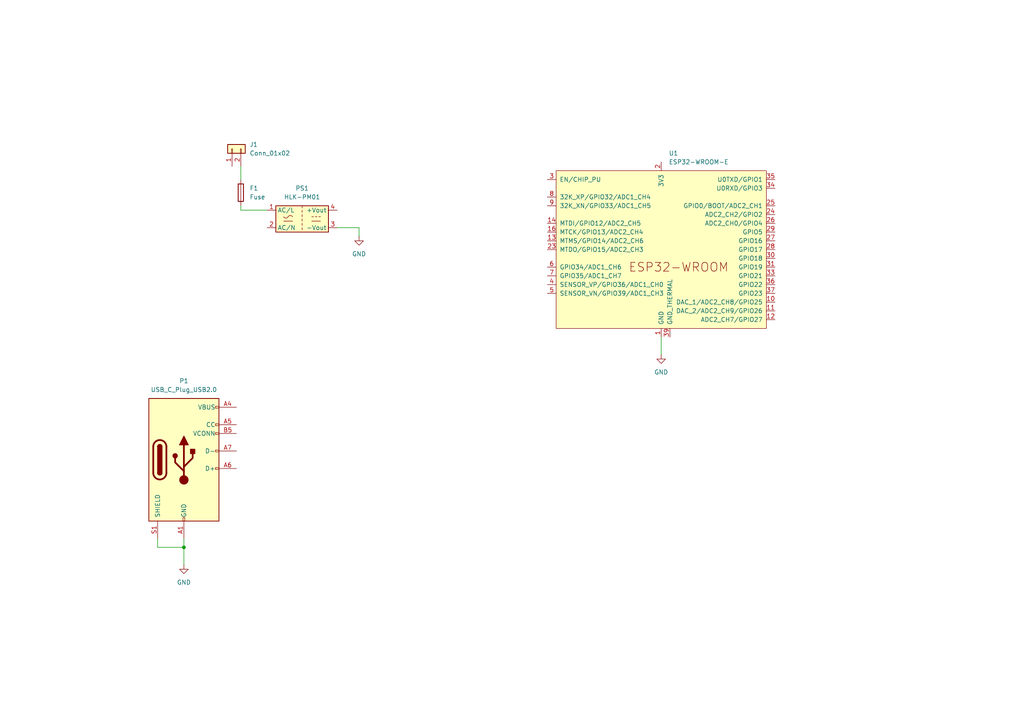
<source format=kicad_sch>
(kicad_sch (version 20231120) (generator "eeschema") (generator_version "8.0")
  (paper "A4")
  (lib_symbols
    (symbol "Connector:USB_C_Plug_USB2.0" (pin_names (offset 1.016))
      (property "Reference" "P" (at -10.16 19.05 0))
      (property "Value" "USB_C_Plug_USB2.0" (at 12.7 19.05 0))
      (symbol "USB_C_Plug_USB2.0_0_0"
        (rectangle (start -0.254 -17.78) (end 0.254 -16.764))
        (rectangle (start 10.16 -2.286) (end 9.144 -2.794))
        (rectangle (start 10.16 2.794) (end 9.144 2.286))
        (rectangle (start 10.16 7.874) (end 9.144 7.366))
        (rectangle (start 10.16 10.414) (end 9.144 9.906))
        (rectangle (start 10.16 15.494) (end 9.144 14.986))
      )
      (symbol "USB_C_Plug_USB2.0_0_1"
        (rectangle (start -10.16 17.78) (end 10.16 -17.78) (stroke (width 0.254)) (fill (type background)))
        (arc (start -8.89 -3.81) (mid -6.985 -5.7067) (end -5.08 -3.81) (stroke (width 0.508)))
        (arc (start -7.62 -3.81) (mid -6.985 -4.4423) (end -6.35 -3.81) (stroke (width 0.254)))
        (arc (start -7.62 -3.81) (mid -6.985 -4.4423) (end -6.35 -3.81) (stroke (width 0.254)) (fill (type outline)))
        (rectangle (start -7.62 -3.81) (end -6.35 3.81) (stroke (width 0.254)) (fill (type outline)))
        (arc (start -6.35 3.81) (mid -6.985 4.4423) (end -7.62 3.81) (stroke (width 0.254)))
        (arc (start -6.35 3.81) (mid -6.985 4.4423) (end -7.62 3.81) (stroke (width 0.254)) (fill (type outline)))
        (arc (start -5.08 3.81) (mid -6.985 5.7067) (end -8.89 3.81) (stroke (width 0.508)))
        (circle (center -2.54 1.143) (radius 0.635) (stroke (width 0.254)) (fill (type outline)))
        (circle (center 0 -5.842) (radius 1.27) (fill (type outline)))
        (polyline (pts (xy -8.89 -3.81) (xy -8.89 3.81)) (stroke (width 0.508)))
        (polyline (pts (xy -5.08 3.81) (xy -5.08 -3.81)) (stroke (width 0.508)))
        (polyline (pts (xy 0 -5.842) (xy 0 4.318)) (stroke (width 0.508)))
        (polyline (pts (xy 0 -3.302) (xy -2.54 -0.762) (xy -2.54 0.508)) (stroke (width 0.508)))
        (polyline (pts (xy 0 -2.032) (xy 2.54 0.508) (xy 2.54 1.778)) (stroke (width 0.508)))
        (polyline (pts (xy -1.27 4.318) (xy 0 6.858) (xy 1.27 4.318) (xy -1.27 4.318)) (stroke (width 0.254)) (fill (type outline)))
        (rectangle (start 1.905 1.778) (end 3.175 3.048) (stroke (width 0.254)) (fill (type outline)))
      )
      (symbol "USB_C_Plug_USB2.0_1_1"
        (pin passive line (at 0 -22.86 90) (length 5.08) (name "GND") (number "A1"))
        (pin passive line (at 0 -22.86 90) (length 5.08) hide (name "GND") (number "A12"))
        (pin passive line (at 15.24 15.24 180) (length 5.08) (name "VBUS") (number "A4"))
        (pin bidirectional line (at 15.24 10.16 180) (length 5.08) (name "CC") (number "A5"))
        (pin bidirectional line (at 15.24 -2.54 180) (length 5.08) (name "D+") (number "A6"))
        (pin bidirectional line (at 15.24 2.54 180) (length 5.08) (name "D-") (number "A7"))
        (pin passive line (at 15.24 15.24 180) (length 5.08) hide (name "VBUS") (number "A9"))
        (pin passive line (at 0 -22.86 90) (length 5.08) hide (name "GND") (number "B1"))
        (pin passive line (at 0 -22.86 90) (length 5.08) hide (name "GND") (number "B12"))
        (pin passive line (at 15.24 15.24 180) (length 5.08) hide (name "VBUS") (number "B4"))
        (pin bidirectional line (at 15.24 7.62 180) (length 5.08) (name "VCONN") (number "B5"))
        (pin passive line (at 15.24 15.24 180) (length 5.08) hide (name "VBUS") (number "B9"))
        (pin passive line (at -7.62 -22.86 90) (length 5.08) (name "SHIELD") (number "S1"))
      )
    )
    (symbol "Connector_Generic:Conn_01x02" (pin_names (offset 1.016) hide)
      (property "Reference" "J" (at 0 2.54 0))
      (property "Value" "Conn_01x02" (at 0 -5.08 0))
      (symbol "Conn_01x02_1_1"
        (rectangle (start -1.27 -2.413) (end 0 -2.667) (stroke (width 0.1524)))
        (rectangle (start -1.27 0.127) (end 0 -0.127) (stroke (width 0.1524)))
        (rectangle (start -1.27 1.27) (end 1.27 -3.81) (stroke (width 0.254)) (fill (type background)))
        (pin passive line (at -5.08 0 0) (length 3.81) (name "Pin_1") (number "1"))
        (pin passive line (at -5.08 -2.54 0) (length 3.81) (name "Pin_2") (number "2"))
      )
    )
    (symbol "Converter_ACDC:HLK-PM01"
      (property "Reference" "PS" (at 0 5.08 0))
      (property "Value" "HLK-PM01" (at 0 -5.08 0))
      (symbol "HLK-PM01_0_1"
        (rectangle (start -7.62 3.81) (end 7.62 -3.81) (stroke (width 0.254)) (fill (type background)))
        (arc (start -5.334 0.635) (mid -4.699 0.2495) (end -4.064 0.635))
        (arc (start -2.794 0.635) (mid -3.429 1.0072) (end -4.064 0.635))
        (polyline (pts (xy -5.334 -0.635) (xy -2.794 -0.635)))
        (polyline (pts (xy 0 -2.54) (xy 0 -3.175)))
        (polyline (pts (xy 0 -1.27) (xy 0 -1.905)))
        (polyline (pts (xy 0 0) (xy 0 -0.635)))
        (polyline (pts (xy 0 1.27) (xy 0 0.635)))
        (polyline (pts (xy 0 2.54) (xy 0 1.905)))
        (polyline (pts (xy 0 3.81) (xy 0 3.175)))
        (polyline (pts (xy 2.794 -0.635) (xy 5.334 -0.635)))
        (polyline (pts (xy 2.794 0.635) (xy 3.302 0.635)))
        (polyline (pts (xy 3.81 0.635) (xy 4.318 0.635)))
        (polyline (pts (xy 4.826 0.635) (xy 5.334 0.635)))
      )
      (symbol "HLK-PM01_1_1"
        (pin power_in line (at -10.16 2.54 0) (length 2.54) (name "AC/L") (number "1"))
        (pin power_in line (at -10.16 -2.54 0) (length 2.54) (name "AC/N") (number "2"))
        (pin power_out line (at 10.16 -2.54 180) (length 2.54) (name "-Vout") (number "3"))
        (pin power_out line (at 10.16 2.54 180) (length 2.54) (name "+Vout") (number "4"))
      )
    )
    (symbol "Device:Fuse" (pin_numbers hide) (pin_names (offset 0))
      (property "Reference" "F" (at 2.032 0 90))
      (property "Value" "Fuse" (at -1.905 0 90))
      (symbol "Fuse_0_1"
        (rectangle (start -0.762 -2.54) (end 0.762 2.54) (stroke (width 0.254)))
        (polyline (pts (xy 0 2.54) (xy 0 -2.54)))
      )
      (symbol "Fuse_1_1"
        (pin passive line (at 0 3.81 270) (length 1.27) (name "~") (number "1"))
        (pin passive line (at 0 -3.81 90) (length 1.27) (name "~") (number "2"))
      )
    )
    (symbol "PCM_Espressif:ESP32-WROOM-E" (pin_names (offset 1.016))
      (property "Reference" "U" (at -30.48 27.94 0))
      (property "Value" "ESP32-WROOM-E" (at -30.48 25.4 0))
      (symbol "ESP32-WROOM-E_0_1"
        (rectangle (start -30.48 22.86) (end 30.48 -22.86) (fill (type background)))
      )
      (symbol "ESP32-WROOM-E_1_1"
        (text "ESP32-­WROOM­" (at 5.08 -5.08 0) (effects (font (size 2.54 2.54))))
        (pin power_in line (at 0 -25.4 90) (length 2.54) (name "GND") (number "1"))
        (pin bidirectional line (at 33.02 -15.24 180) (length 2.54) (name "DAC_1/ADC2_CH8/GPIO25") (number "10"))
        (pin bidirectional line (at 33.02 -17.78 180) (length 2.54) (name "DAC_2/ADC2_CH9/GPIO26") (number "11"))
        (pin bidirectional line (at 33.02 -20.32 180) (length 2.54) (name "ADC2_CH7/GPIO27") (number "12"))
        (pin bidirectional line (at -33.02 2.54 0) (length 2.54) (name "MTMS/GPIO14/ADC2_CH6") (number "13"))
        (pin bidirectional line (at -33.02 7.62 0) (length 2.54) (name "MTDI/GPIO12/ADC2_CH5") (number "14"))
        (pin passive line (at 0 -25.4 90) (length 2.54) hide (name "GND") (number "15"))
        (pin bidirectional line (at -33.02 5.08 0) (length 2.54) (name "MTCK/GPIO13/ADC2_CH4") (number "16"))
        (pin power_in line (at 0 25.4 270) (length 2.54) (name "3V3") (number "2"))
        (pin bidirectional line (at -33.02 0 0) (length 2.54) (name "MTDO/GPIO15/ADC2_CH3") (number "23"))
        (pin bidirectional line (at 33.02 10.16 180) (length 2.54) (name "ADC2_CH2/GPIO2") (number "24"))
        (pin bidirectional line (at 33.02 12.7 180) (length 2.54) (name "GPIO0/BOOT/ADC2_CH1") (number "25"))
        (pin bidirectional line (at 33.02 7.62 180) (length 2.54) (name "ADC2_CH0/GPIO4") (number "26"))
        (pin bidirectional line (at 33.02 2.54 180) (length 2.54) (name "GPIO16") (number "27"))
        (pin bidirectional line (at 33.02 0 180) (length 2.54) (name "GPIO17") (number "28"))
        (pin bidirectional line (at 33.02 5.08 180) (length 2.54) (name "GPIO5") (number "29"))
        (pin input line (at -33.02 20.32 0) (length 2.54) (name "EN/CHIP_PU") (number "3"))
        (pin bidirectional line (at 33.02 -2.54 180) (length 2.54) (name "GPIO18") (number "30"))
        (pin bidirectional line (at 33.02 -5.08 180) (length 2.54) (name "GPIO19") (number "31"))
        (pin bidirectional line (at 33.02 -7.62 180) (length 2.54) (name "GPIO21") (number "33"))
        (pin bidirectional line (at 33.02 17.78 180) (length 2.54) (name "U0RXD/GPIO3") (number "34"))
        (pin bidirectional line (at 33.02 20.32 180) (length 2.54) (name "U0TXD/GPIO1") (number "35"))
        (pin bidirectional line (at 33.02 -10.16 180) (length 2.54) (name "GPIO22") (number "36"))
        (pin bidirectional line (at 33.02 -12.7 180) (length 2.54) (name "GPIO23") (number "37"))
        (pin passive line (at 0 -25.4 90) (length 2.54) hide (name "GND") (number "38"))
        (pin power_in line (at 2.54 -25.4 90) (length 2.54) (name "GND_THERMAL") (number "39"))
        (pin input line (at -33.02 -10.16 0) (length 2.54) (name "SENSOR_VP/GPIO36/ADC1_CH0") (number "4"))
        (pin input line (at -33.02 -12.7 0) (length 2.54) (name "SENSOR_VN/GPIO39/ADC1_CH3") (number "5"))
        (pin input line (at -33.02 -5.08 0) (length 2.54) (name "GPIO34/ADC1_CH6") (number "6"))
        (pin input line (at -33.02 -7.62 0) (length 2.54) (name "GPIO35/ADC1_CH7") (number "7"))
        (pin bidirectional line (at -33.02 15.24 0) (length 2.54) (name "32K_XP/GPIO32/ADC1_CH4") (number "8"))
        (pin bidirectional line (at -33.02 12.7 0) (length 2.54) (name "32K_XN/GPIO33/ADC1_CH5") (number "9"))
      )
    )
    (symbol "power:GND" (power) (pin_numbers hide) (pin_names (offset 0) hide)
      (property "Value" "GND" (at 0 -3.81 0))
      (symbol "GND_0_1"
        (polyline (pts (xy 0 0) (xy 0 -1.27) (xy 1.27 -1.27) (xy 0 -2.54) (xy -1.27 -1.27) (xy 0 -1.27)))
      )
      (symbol "GND_1_1"
        (pin power_in line (at 0 0 270) (length 0) (name "~") (number "1"))
      )
    )
  )
  (junction (at 53.34 158.75))
  (wire (pts (xy 97.79 66.04) (xy 104.14 66.04)))
  (wire (pts (xy 191.77 97.79) (xy 191.77 102.87)))
  (wire (pts (xy 104.14 66.04) (xy 104.14 68.58)))
  (wire (pts (xy 45.72 156.21) (xy 45.72 158.75)))
  (wire (pts (xy 69.85 48.26) (xy 69.85 52.07)))
  (wire (pts (xy 53.34 158.75) (xy 53.34 163.83)))
  (wire (pts (xy 53.34 156.21) (xy 53.34 158.75)))
  (wire (pts (xy 69.85 60.96) (xy 69.85 59.69)))
  (wire (pts (xy 45.72 158.75) (xy 53.34 158.75)))
  (wire (pts (xy 77.47 60.96) (xy 69.85 60.96)))
  (symbol (lib_id "power:GND") (at 104.14 68.58 0) (unit 1)
    (property "Reference" "#PWR01" (effects (hide yes)))
    (property "Value" "GND" (at 104.14 73.66 0))
    (property "Description" "Power symbol creates a global label with name \"GND\" , ground" (effects (hide yes)))
  )
  (symbol (lib_id "Device:Fuse") (at 69.85 55.88 0) (unit 1)
    (property "Reference" "F1" (at 72.39 54.6099 0) (effects (justify left)))
    (property "Value" "Fuse" (at 72.39 57.1499 0) (effects (justify left)))
    (property "Footprint" "Fuse:Fuse_Bourns_MF-RG300" (effects (hide yes)))
    (property "Description" "Fuse" (effects (hide yes)))
  )
  (symbol (lib_id "Converter_ACDC:HLK-PM01") (at 87.63 63.5 0) (unit 1)
    (property "Reference" "PS1" (at 87.63 54.61 0))
    (property "Value" "HLK-PM01" (at 87.63 57.15 0))
    (property "Footprint" "Converter_ACDC:Converter_ACDC_Hi-Link_HLK-PMxx" (effects (hide yes)))
    (property "Datasheet" "https://h.hlktech.com/download/ACDC%E7%94%B5%E6%BA%90%E6%A8%A1%E5%9D%973W%E7%B3%BB%E5%88%97/1/%E6%B5%B7%E5%87%8C%E7%A7%913W%E7%B3%BB%E5%88%97%E7%94%B5%E6%BA%90%E6%A8%A1%E5%9D%97%E8%A7%84%E6%A0%BC%E4%B9%A6V2.8.pdf" (effects (hide yes)))
    (property "Description" "Compact AC/DC board mount power module 3W 5V" (effects (hide yes)))
  )
  (symbol (lib_id "power:GND") (at 53.34 163.83 0) (unit 1)
    (property "Reference" "#PWR03" (effects (hide yes)))
    (property "Value" "GND" (at 53.34 168.91 0))
    (property "Description" "Power symbol creates a global label with name \"GND\" , ground" (effects (hide yes)))
  )
  (symbol (lib_id "Connector:USB_C_Plug_USB2.0") (at 53.34 133.35 0) (unit 1)
    (property "Reference" "P1" (at 53.34 110.49 0))
    (property "Value" "USB_C_Plug_USB2.0" (at 53.34 113.03 0))
    (property "Datasheet" "https://www.usb.org/sites/default/files/documents/usb_type-c.zip" (effects (hide yes)))
    (property "Description" "USB 2.0-only Type-C Plug connector" (effects (hide yes)))
  )
  (symbol (lib_id "Connector_Generic:Conn_01x02") (at 67.31 43.18 90) (unit 1)
    (property "Reference" "J1" (at 72.39 41.9099 90) (effects (justify right)))
    (property "Value" "Conn_01x02" (at 72.39 44.4499 90) (effects (justify right)))
    (property "Footprint" "Connector_Phoenix_MSTB:PhoenixContact_MSTBVA_2,5_2-G_1x02_P5.00mm_Vertical" (effects (hide yes)))
    (property "Description" "Generic connector, single row, 01x02, script generated (kicad-library-utils/schlib/autogen/connector/)" (effects (hide yes)))
    (property "LCSC" "C8385" (effects (hide yes)))
  )
  (symbol (lib_id "power:GND") (at 191.77 102.87 0) (unit 1)
    (property "Reference" "#PWR02" (effects (hide yes)))
    (property "Value" "GND" (at 191.77 107.95 0))
    (property "Description" "Power symbol creates a global label with name \"GND\" , ground" (effects (hide yes)))
  )
  (symbol (lib_id "PCM_Espressif:ESP32-WROOM-E") (at 191.77 72.39 0) (unit 1)
    (property "Reference" "U1" (at 193.9641 44.45 0) (effects (justify left)))
    (property "Value" "ESP32-WROOM-E" (at 193.9641 46.99 0) (effects (justify left)))
    (property "Footprint" "PCM_Espressif:ESP32-WROOM-32E" (effects (hide yes)))
    (property "Datasheet" "https://www.espressif.com/sites/default/files/documentation/esp32-wroom-32e_esp32-wroom-32ue_datasheet_en.pdf" (effects (hide yes)))
    (property "Description" "ESP32-WROOM-32E integrates ESP32-D0WD-V3, with higher stability and safety performance." (effects (hide yes)))
  )
)
</source>
